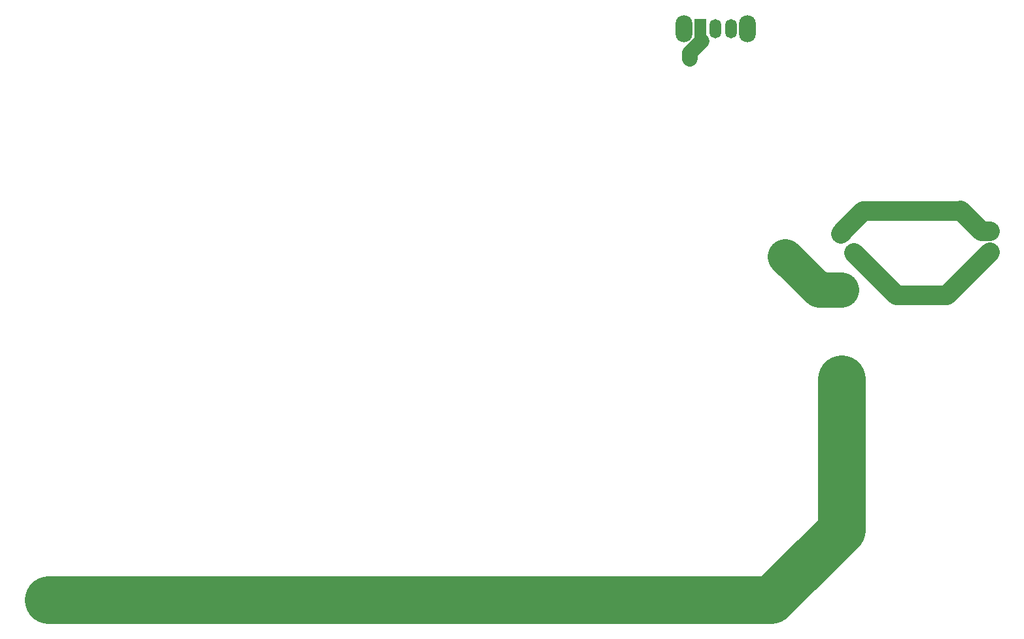
<source format=gbr>
%TF.GenerationSoftware,KiCad,Pcbnew,8.0.2*%
%TF.CreationDate,2024-06-19T11:28:36-04:00*%
%TF.ProjectId,StringsVR-Power,53747269-6e67-4735-9652-2d506f776572,rev?*%
%TF.SameCoordinates,Original*%
%TF.FileFunction,Copper,L2,Bot*%
%TF.FilePolarity,Positive*%
%FSLAX46Y46*%
G04 Gerber Fmt 4.6, Leading zero omitted, Abs format (unit mm)*
G04 Created by KiCad (PCBNEW 8.0.2) date 2024-06-19 11:28:36*
%MOMM*%
%LPD*%
G01*
G04 APERTURE LIST*
G04 Aperture macros list*
%AMFreePoly0*
4,1,5,1.000000,-1.000000,-1.000000,-1.000000,-1.000000,1.000000,1.000000,1.000000,1.000000,-1.000000,1.000000,-1.000000,$1*%
G04 Aperture macros list end*
%TA.AperFunction,ComponentPad*%
%ADD10FreePoly0,180.000000*%
%TD*%
%TA.AperFunction,ComponentPad*%
%ADD11C,1.500000*%
%TD*%
%TA.AperFunction,ComponentPad*%
%ADD12O,2.200000X3.500000*%
%TD*%
%TA.AperFunction,ComponentPad*%
%ADD13R,1.500000X2.500000*%
%TD*%
%TA.AperFunction,ComponentPad*%
%ADD14O,1.500000X2.500000*%
%TD*%
%TA.AperFunction,ComponentPad*%
%ADD15R,1.700000X1.700000*%
%TD*%
%TA.AperFunction,ComponentPad*%
%ADD16O,1.700000X1.700000*%
%TD*%
%TA.AperFunction,ViaPad*%
%ADD17C,1.500000*%
%TD*%
%TA.AperFunction,ViaPad*%
%ADD18C,0.600000*%
%TD*%
%TA.AperFunction,ViaPad*%
%ADD19C,5.000000*%
%TD*%
%TA.AperFunction,Conductor*%
%ADD20C,2.500000*%
%TD*%
%TA.AperFunction,Conductor*%
%ADD21C,2.000000*%
%TD*%
%TA.AperFunction,Conductor*%
%ADD22C,6.200000*%
%TD*%
%TA.AperFunction,Conductor*%
%ADD23C,4.600000*%
%TD*%
G04 APERTURE END LIST*
D10*
%TO.P,U1,4,B+*%
%TO.N,/B+*%
X200700000Y-104660000D03*
%TO.P,U1,6,OUT-*%
%TO.N,GND*%
X200700000Y-93200000D03*
%TD*%
D11*
%TO.P,U5,5,GND*%
%TO.N,Net-(J1-Pin_1)*%
X200600000Y-85900000D03*
%TD*%
D12*
%TO.P,SW1,*%
%TO.N,*%
X180300000Y-59300000D03*
X188500000Y-59300000D03*
D13*
%TO.P,SW1,1,A*%
%TO.N,3.3V2*%
X182400000Y-59300000D03*
D14*
%TO.P,SW1,2,B*%
%TO.N,3.3V*%
X184400000Y-59300000D03*
%TO.P,SW1,3,C*%
%TO.N,unconnected-(SW1-C-Pad3)*%
X186400000Y-59300000D03*
%TD*%
D15*
%TO.P,J1,1,Pin_1*%
%TO.N,Net-(J1-Pin_1)*%
X219900000Y-85700000D03*
D16*
%TO.P,J1,2,Pin_2*%
%TO.N,Net-(J1-Pin_2)*%
X219900000Y-88240000D03*
%TD*%
D17*
%TO.N,Net-(J1-Pin_2)*%
X202300000Y-88300000D03*
D18*
%TO.N,3.3V2*%
X181100000Y-63200000D03*
D19*
%TO.N,/B+*%
X98000000Y-133300000D03*
D17*
%TO.N,GND*%
X193400000Y-88800000D03*
%TD*%
D20*
%TO.N,Net-(J1-Pin_1)*%
X203500000Y-82900000D02*
X216000000Y-82900000D01*
X216000000Y-82900000D02*
X216100000Y-82800000D01*
X200600000Y-85900000D02*
X200900000Y-85600000D01*
X200900000Y-85500000D02*
X203500000Y-82900000D01*
X216100000Y-82800000D02*
X218840000Y-85540000D01*
X218840000Y-85540000D02*
X219900000Y-85540000D01*
X200900000Y-85600000D02*
X200900000Y-85500000D01*
%TO.N,Net-(J1-Pin_2)*%
X207800000Y-93800000D02*
X214340000Y-93800000D01*
X202300000Y-88300000D02*
X207800000Y-93800000D01*
X214340000Y-93800000D02*
X219900000Y-88240000D01*
D21*
%TO.N,3.3V2*%
X181100000Y-62402691D02*
X182600000Y-60902691D01*
X181100000Y-63200000D02*
X181100000Y-62402691D01*
D22*
%TO.N,/B+*%
X98000000Y-133300000D02*
X191600000Y-133300000D01*
X200700000Y-124200000D02*
X200700000Y-104660000D01*
X191600000Y-133300000D02*
X200700000Y-124200000D01*
D23*
%TO.N,GND*%
X197800000Y-93200000D02*
X193400000Y-88800000D01*
D20*
X200700000Y-93200000D02*
X200600000Y-93100000D01*
D23*
X200700000Y-93200000D02*
X197800000Y-93200000D01*
%TD*%
M02*

</source>
